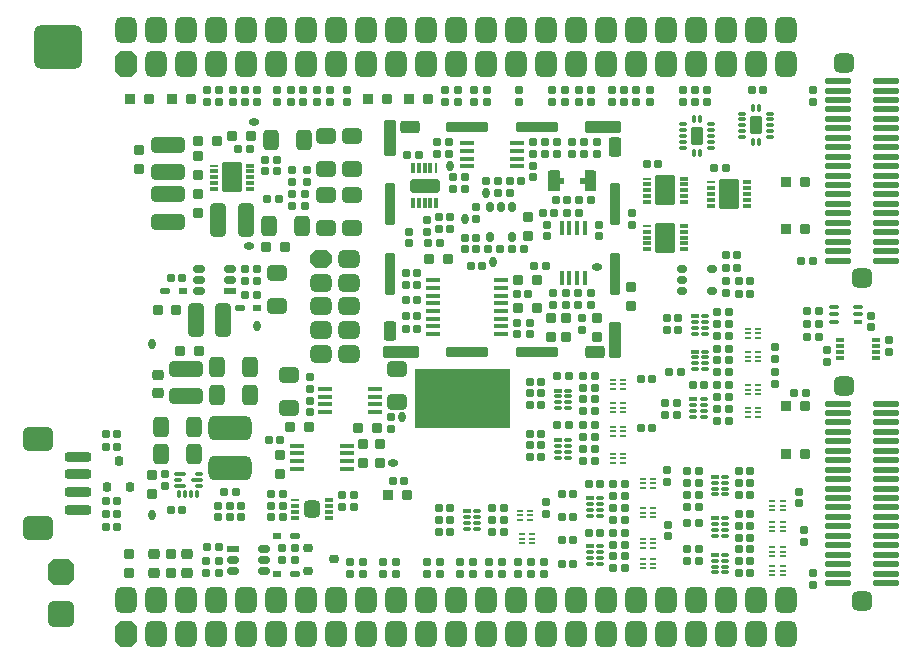
<source format=gbr>
%TF.GenerationSoftware,Altium Limited,Altium Designer,25.4.2 (15)*%
G04 Layer_Color=8388736*
%FSLAX45Y45*%
%MOMM*%
%TF.SameCoordinates,EE14137D-E0DD-4410-96C1-A075B8BE80D9*%
%TF.FilePolarity,Negative*%
%TF.FileFunction,Soldermask,Top*%
%TF.Part,Single*%
G01*
G75*
%TA.AperFunction,SMDPad,CuDef*%
G04:AMPARAMS|DCode=98|XSize=1.73mm|YSize=1.33mm|CornerRadius=0.3525mm|HoleSize=0mm|Usage=FLASHONLY|Rotation=0.000|XOffset=0mm|YOffset=0mm|HoleType=Round|Shape=RoundedRectangle|*
%AMROUNDEDRECTD98*
21,1,1.73000,0.62500,0,0,0.0*
21,1,1.02500,1.33000,0,0,0.0*
1,1,0.70500,0.51250,-0.31250*
1,1,0.70500,-0.51250,-0.31250*
1,1,0.70500,-0.51250,0.31250*
1,1,0.70500,0.51250,0.31250*
%
%ADD98ROUNDEDRECTD98*%
G04:AMPARAMS|DCode=99|XSize=1.73mm|YSize=1.33mm|CornerRadius=0.3525mm|HoleSize=0mm|Usage=FLASHONLY|Rotation=90.000|XOffset=0mm|YOffset=0mm|HoleType=Round|Shape=RoundedRectangle|*
%AMROUNDEDRECTD99*
21,1,1.73000,0.62500,0,0,90.0*
21,1,1.02500,1.33000,0,0,90.0*
1,1,0.70500,0.31250,0.51250*
1,1,0.70500,0.31250,-0.51250*
1,1,0.70500,-0.31250,-0.51250*
1,1,0.70500,-0.31250,0.51250*
%
%ADD99ROUNDEDRECTD99*%
%TA.AperFunction,ComponentPad*%
G04:AMPARAMS|DCode=100|XSize=1.63mm|YSize=1.68mm|CornerRadius=0.4275mm|HoleSize=0mm|Usage=FLASHONLY|Rotation=270.000|XOffset=0mm|YOffset=0mm|HoleType=Round|Shape=RoundedRectangle|*
%AMROUNDEDRECTD100*
21,1,1.63000,0.82500,0,0,270.0*
21,1,0.77500,1.68000,0,0,270.0*
1,1,0.85500,-0.41250,-0.38750*
1,1,0.85500,-0.41250,0.38750*
1,1,0.85500,0.41250,0.38750*
1,1,0.85500,0.41250,-0.38750*
%
%ADD100ROUNDEDRECTD100*%
G04:AMPARAMS|DCode=101|XSize=1.78mm|YSize=2.18mm|CornerRadius=0.465mm|HoleSize=0mm|Usage=FLASHONLY|Rotation=0.000|XOffset=0mm|YOffset=0mm|HoleType=Round|Shape=RoundedRectangle|*
%AMROUNDEDRECTD101*
21,1,1.78000,1.25001,0,0,0.0*
21,1,0.85000,2.18000,0,0,0.0*
1,1,0.93000,0.42500,-0.62500*
1,1,0.93000,-0.42500,-0.62500*
1,1,0.93000,-0.42500,0.62500*
1,1,0.93000,0.42500,0.62500*
%
%ADD101ROUNDEDRECTD101*%
G04:AMPARAMS|DCode=102|XSize=1.78mm|YSize=2.18mm|CornerRadius=0mm|HoleSize=0mm|Usage=FLASHONLY|Rotation=0.000|XOffset=0mm|YOffset=0mm|HoleType=Round|Shape=Octagon|*
%AMOCTAGOND102*
4,1,8,-0.44500,1.09000,0.44500,1.09000,0.89000,0.64500,0.89000,-0.64500,0.44500,-1.09000,-0.44500,-1.09000,-0.89000,-0.64500,-0.89000,0.64500,-0.44500,1.09000,0.0*
%
%ADD102OCTAGOND102*%

G04:AMPARAMS|DCode=103|XSize=1.48mm|YSize=1.78mm|CornerRadius=0.39mm|HoleSize=0mm|Usage=FLASHONLY|Rotation=270.000|XOffset=0mm|YOffset=0mm|HoleType=Round|Shape=RoundedRectangle|*
%AMROUNDEDRECTD103*
21,1,1.48000,1.00000,0,0,270.0*
21,1,0.70000,1.78000,0,0,270.0*
1,1,0.78000,-0.50000,-0.35000*
1,1,0.78000,-0.50000,0.35000*
1,1,0.78000,0.50000,0.35000*
1,1,0.78000,0.50000,-0.35000*
%
%ADD103ROUNDEDRECTD103*%
G04:AMPARAMS|DCode=104|XSize=1.48mm|YSize=1.78mm|CornerRadius=0mm|HoleSize=0mm|Usage=FLASHONLY|Rotation=270.000|XOffset=0mm|YOffset=0mm|HoleType=Round|Shape=Octagon|*
%AMOCTAGOND104*
4,1,8,0.89000,0.37000,0.89000,-0.37000,0.52000,-0.74000,-0.52000,-0.74000,-0.89000,-0.37000,-0.89000,0.37000,-0.52000,0.74000,0.52000,0.74000,0.89000,0.37000,0.0*
%
%ADD104OCTAGOND104*%

G04:AMPARAMS|DCode=105|XSize=4.08mm|YSize=3.68mm|CornerRadius=0.58mm|HoleSize=0mm|Usage=FLASHONLY|Rotation=0.000|XOffset=0mm|YOffset=0mm|HoleType=Round|Shape=RoundedRectangle|*
%AMROUNDEDRECTD105*
21,1,4.08000,2.52000,0,0,0.0*
21,1,2.92000,3.68000,0,0,0.0*
1,1,1.16000,1.46000,-1.26000*
1,1,1.16000,-1.46000,-1.26000*
1,1,1.16000,-1.46000,1.26000*
1,1,1.16000,1.46000,1.26000*
%
%ADD105ROUNDEDRECTD105*%
G04:AMPARAMS|DCode=106|XSize=2.28mm|YSize=2.28mm|CornerRadius=0mm|HoleSize=0mm|Usage=FLASHONLY|Rotation=270.000|XOffset=0mm|YOffset=0mm|HoleType=Round|Shape=Octagon|*
%AMOCTAGOND106*
4,1,8,-0.57000,-1.14000,0.57000,-1.14000,1.14000,-0.57000,1.14000,0.57000,0.57000,1.14000,-0.57000,1.14000,-1.14000,0.57000,-1.14000,-0.57000,-0.57000,-1.14000,0.0*
%
%ADD106OCTAGOND106*%

G04:AMPARAMS|DCode=107|XSize=2.28mm|YSize=2.28mm|CornerRadius=0.59mm|HoleSize=0mm|Usage=FLASHONLY|Rotation=270.000|XOffset=0mm|YOffset=0mm|HoleType=Round|Shape=RoundedRectangle|*
%AMROUNDEDRECTD107*
21,1,2.28000,1.10000,0,0,270.0*
21,1,1.10000,2.28000,0,0,270.0*
1,1,1.18000,-0.55000,-0.55000*
1,1,1.18000,-0.55000,0.55000*
1,1,1.18000,0.55000,0.55000*
1,1,1.18000,0.55000,-0.55000*
%
%ADD107ROUNDEDRECTD107*%
%TA.AperFunction,SMDPad,CuDef*%
%ADD594R,0.54000X0.17000*%
G04:AMPARAMS|DCode=595|XSize=0.17mm|YSize=0.54mm|CornerRadius=0.0475mm|HoleSize=0mm|Usage=FLASHONLY|Rotation=90.000|XOffset=0mm|YOffset=0mm|HoleType=Round|Shape=RoundedRectangle|*
%AMROUNDEDRECTD595*
21,1,0.17000,0.44500,0,0,90.0*
21,1,0.07500,0.54000,0,0,90.0*
1,1,0.09500,0.22250,0.03750*
1,1,0.09500,0.22250,-0.03750*
1,1,0.09500,-0.22250,-0.03750*
1,1,0.09500,-0.22250,0.03750*
%
%ADD595ROUNDEDRECTD595*%
G04:AMPARAMS|DCode=596|XSize=0.29mm|YSize=0.76mm|CornerRadius=0.0875mm|HoleSize=0mm|Usage=FLASHONLY|Rotation=90.000|XOffset=0mm|YOffset=0mm|HoleType=Round|Shape=RoundedRectangle|*
%AMROUNDEDRECTD596*
21,1,0.29000,0.58500,0,0,90.0*
21,1,0.11500,0.76000,0,0,90.0*
1,1,0.17500,0.29250,0.05750*
1,1,0.17500,0.29250,-0.05750*
1,1,0.17500,-0.29250,-0.05750*
1,1,0.17500,-0.29250,0.05750*
%
%ADD596ROUNDEDRECTD596*%
G04:AMPARAMS|DCode=597|XSize=2.56mm|YSize=1.71mm|CornerRadius=0.195mm|HoleSize=0mm|Usage=FLASHONLY|Rotation=90.000|XOffset=0mm|YOffset=0mm|HoleType=Round|Shape=RoundedRectangle|*
%AMROUNDEDRECTD597*
21,1,2.56000,1.32000,0,0,90.0*
21,1,2.17000,1.71000,0,0,90.0*
1,1,0.39000,0.66000,1.08500*
1,1,0.39000,0.66000,-1.08500*
1,1,0.39000,-0.66000,-1.08500*
1,1,0.39000,-0.66000,1.08500*
%
%ADD597ROUNDEDRECTD597*%
%ADD598R,0.76000X0.29000*%
G04:AMPARAMS|DCode=599|XSize=0.63mm|YSize=0.88mm|CornerRadius=0.1775mm|HoleSize=0mm|Usage=FLASHONLY|Rotation=0.000|XOffset=0mm|YOffset=0mm|HoleType=Round|Shape=RoundedRectangle|*
%AMROUNDEDRECTD599*
21,1,0.63000,0.52500,0,0,0.0*
21,1,0.27500,0.88000,0,0,0.0*
1,1,0.35500,0.13750,-0.26250*
1,1,0.35500,-0.13750,-0.26250*
1,1,0.35500,-0.13750,0.26250*
1,1,0.35500,0.13750,0.26250*
%
%ADD599ROUNDEDRECTD599*%
G04:AMPARAMS|DCode=600|XSize=0.29mm|YSize=0.73mm|CornerRadius=0.0875mm|HoleSize=0mm|Usage=FLASHONLY|Rotation=90.000|XOffset=0mm|YOffset=0mm|HoleType=Round|Shape=RoundedRectangle|*
%AMROUNDEDRECTD600*
21,1,0.29000,0.55500,0,0,90.0*
21,1,0.11500,0.73000,0,0,90.0*
1,1,0.17500,0.27750,0.05750*
1,1,0.17500,0.27750,-0.05750*
1,1,0.17500,-0.27750,-0.05750*
1,1,0.17500,-0.27750,0.05750*
%
%ADD600ROUNDEDRECTD600*%
G04:AMPARAMS|DCode=601|XSize=0.29mm|YSize=0.73mm|CornerRadius=0.0875mm|HoleSize=0mm|Usage=FLASHONLY|Rotation=0.000|XOffset=0mm|YOffset=0mm|HoleType=Round|Shape=RoundedRectangle|*
%AMROUNDEDRECTD601*
21,1,0.29000,0.55500,0,0,0.0*
21,1,0.11500,0.73000,0,0,0.0*
1,1,0.17500,0.05750,-0.27750*
1,1,0.17500,-0.05750,-0.27750*
1,1,0.17500,-0.05750,0.27750*
1,1,0.17500,0.05750,0.27750*
%
%ADD601ROUNDEDRECTD601*%
G04:AMPARAMS|DCode=602|XSize=1.06mm|YSize=1.56mm|CornerRadius=0.28mm|HoleSize=0mm|Usage=FLASHONLY|Rotation=0.000|XOffset=0mm|YOffset=0mm|HoleType=Round|Shape=RoundedRectangle|*
%AMROUNDEDRECTD602*
21,1,1.06000,1.00000,0,0,0.0*
21,1,0.50000,1.56000,0,0,0.0*
1,1,0.56000,0.25000,-0.50000*
1,1,0.56000,-0.25000,-0.50000*
1,1,0.56000,-0.25000,0.50000*
1,1,0.56000,0.25000,0.50000*
%
%ADD602ROUNDEDRECTD602*%
%ADD603R,0.66000X0.30000*%
G04:AMPARAMS|DCode=604|XSize=0.3mm|YSize=0.66mm|CornerRadius=0.095mm|HoleSize=0mm|Usage=FLASHONLY|Rotation=90.000|XOffset=0mm|YOffset=0mm|HoleType=Round|Shape=RoundedRectangle|*
%AMROUNDEDRECTD604*
21,1,0.30000,0.47000,0,0,90.0*
21,1,0.11000,0.66000,0,0,90.0*
1,1,0.19000,0.23500,0.05500*
1,1,0.19000,0.23500,-0.05500*
1,1,0.19000,-0.23500,-0.05500*
1,1,0.19000,-0.23500,0.05500*
%
%ADD604ROUNDEDRECTD604*%
%ADD605R,1.21000X0.41000*%
G04:AMPARAMS|DCode=606|XSize=0.41mm|YSize=1.21mm|CornerRadius=0.1175mm|HoleSize=0mm|Usage=FLASHONLY|Rotation=90.000|XOffset=0mm|YOffset=0mm|HoleType=Round|Shape=RoundedRectangle|*
%AMROUNDEDRECTD606*
21,1,0.41000,0.97500,0,0,90.0*
21,1,0.17500,1.21000,0,0,90.0*
1,1,0.23500,0.48750,0.08750*
1,1,0.23500,0.48750,-0.08750*
1,1,0.23500,-0.48750,-0.08750*
1,1,0.23500,-0.48750,0.08750*
%
%ADD606ROUNDEDRECTD606*%
G04:AMPARAMS|DCode=607|XSize=0.63mm|YSize=0.98mm|CornerRadius=0.1775mm|HoleSize=0mm|Usage=FLASHONLY|Rotation=270.000|XOffset=0mm|YOffset=0mm|HoleType=Round|Shape=RoundedRectangle|*
%AMROUNDEDRECTD607*
21,1,0.63000,0.62500,0,0,270.0*
21,1,0.27500,0.98000,0,0,270.0*
1,1,0.35500,-0.31250,-0.13750*
1,1,0.35500,-0.31250,0.13750*
1,1,0.35500,0.31250,0.13750*
1,1,0.35500,0.31250,-0.13750*
%
%ADD607ROUNDEDRECTD607*%
%ADD608R,0.98000X0.63000*%
G04:AMPARAMS|DCode=609|XSize=1.46mm|YSize=1.36mm|CornerRadius=0.355mm|HoleSize=0mm|Usage=FLASHONLY|Rotation=90.000|XOffset=0mm|YOffset=0mm|HoleType=Round|Shape=RoundedRectangle|*
%AMROUNDEDRECTD609*
21,1,1.46000,0.65000,0,0,90.0*
21,1,0.75000,1.36000,0,0,90.0*
1,1,0.71000,0.32500,0.37500*
1,1,0.71000,0.32500,-0.37500*
1,1,0.71000,-0.32500,-0.37500*
1,1,0.71000,-0.32500,0.37500*
%
%ADD609ROUNDEDRECTD609*%
%ADD610R,0.78000X0.41000*%
G04:AMPARAMS|DCode=611|XSize=0.41mm|YSize=0.78mm|CornerRadius=0.1225mm|HoleSize=0mm|Usage=FLASHONLY|Rotation=270.000|XOffset=0mm|YOffset=0mm|HoleType=Round|Shape=RoundedRectangle|*
%AMROUNDEDRECTD611*
21,1,0.41000,0.53500,0,0,270.0*
21,1,0.16500,0.78000,0,0,270.0*
1,1,0.24500,-0.26750,-0.08250*
1,1,0.24500,-0.26750,0.08250*
1,1,0.24500,0.26750,0.08250*
1,1,0.24500,0.26750,-0.08250*
%
%ADD611ROUNDEDRECTD611*%
G04:AMPARAMS|DCode=612|XSize=0.3mm|YSize=0.75mm|CornerRadius=0.0875mm|HoleSize=0mm|Usage=FLASHONLY|Rotation=90.000|XOffset=0mm|YOffset=0mm|HoleType=Round|Shape=RoundedRectangle|*
%AMROUNDEDRECTD612*
21,1,0.30000,0.57500,0,0,90.0*
21,1,0.12500,0.75000,0,0,90.0*
1,1,0.17500,0.28750,0.06250*
1,1,0.17500,0.28750,-0.06250*
1,1,0.17500,-0.28750,-0.06250*
1,1,0.17500,-0.28750,0.06250*
%
%ADD612ROUNDEDRECTD612*%
%ADD613R,0.75000X0.30000*%
G04:AMPARAMS|DCode=614|XSize=0.63mm|YSize=0.88mm|CornerRadius=0.1775mm|HoleSize=0mm|Usage=FLASHONLY|Rotation=90.000|XOffset=0mm|YOffset=0mm|HoleType=Round|Shape=RoundedRectangle|*
%AMROUNDEDRECTD614*
21,1,0.63000,0.52500,0,0,90.0*
21,1,0.27500,0.88000,0,0,90.0*
1,1,0.35500,0.26250,0.13750*
1,1,0.35500,0.26250,-0.13750*
1,1,0.35500,-0.26250,-0.13750*
1,1,0.35500,-0.26250,0.13750*
%
%ADD614ROUNDEDRECTD614*%
G04:AMPARAMS|DCode=615|XSize=0.28mm|YSize=0.73mm|CornerRadius=0.09mm|HoleSize=0mm|Usage=FLASHONLY|Rotation=270.000|XOffset=0mm|YOffset=0mm|HoleType=Round|Shape=RoundedRectangle|*
%AMROUNDEDRECTD615*
21,1,0.28000,0.55000,0,0,270.0*
21,1,0.10000,0.73000,0,0,270.0*
1,1,0.18000,-0.27500,-0.05000*
1,1,0.18000,-0.27500,0.05000*
1,1,0.18000,0.27500,0.05000*
1,1,0.18000,0.27500,-0.05000*
%
%ADD615ROUNDEDRECTD615*%
G04:AMPARAMS|DCode=616|XSize=0.28mm|YSize=1.08mm|CornerRadius=0.09mm|HoleSize=0mm|Usage=FLASHONLY|Rotation=270.000|XOffset=0mm|YOffset=0mm|HoleType=Round|Shape=RoundedRectangle|*
%AMROUNDEDRECTD616*
21,1,0.28000,0.90000,0,0,270.0*
21,1,0.10000,1.08000,0,0,270.0*
1,1,0.18000,-0.45000,-0.05000*
1,1,0.18000,-0.45000,0.05000*
1,1,0.18000,0.45000,0.05000*
1,1,0.18000,0.45000,-0.05000*
%
%ADD616ROUNDEDRECTD616*%
G04:AMPARAMS|DCode=617|XSize=0.3mm|YSize=0.63mm|CornerRadius=0.095mm|HoleSize=0mm|Usage=FLASHONLY|Rotation=180.000|XOffset=0mm|YOffset=0mm|HoleType=Round|Shape=RoundedRectangle|*
%AMROUNDEDRECTD617*
21,1,0.30000,0.44000,0,0,180.0*
21,1,0.11000,0.63000,0,0,180.0*
1,1,0.19000,-0.05500,0.22000*
1,1,0.19000,0.05500,0.22000*
1,1,0.19000,0.05500,-0.22000*
1,1,0.19000,-0.05500,-0.22000*
%
%ADD617ROUNDEDRECTD617*%
G04:AMPARAMS|DCode=618|XSize=0.41mm|YSize=1.26mm|CornerRadius=0.1175mm|HoleSize=0mm|Usage=FLASHONLY|Rotation=270.000|XOffset=0mm|YOffset=0mm|HoleType=Round|Shape=RoundedRectangle|*
%AMROUNDEDRECTD618*
21,1,0.41000,1.02500,0,0,270.0*
21,1,0.17500,1.26000,0,0,270.0*
1,1,0.23500,-0.51250,-0.08750*
1,1,0.23500,-0.51250,0.08750*
1,1,0.23500,0.51250,0.08750*
1,1,0.23500,0.51250,-0.08750*
%
%ADD618ROUNDEDRECTD618*%
%ADD619R,1.26000X0.41000*%
%ADD620R,0.41000X1.21000*%
G04:AMPARAMS|DCode=621|XSize=0.41mm|YSize=1.21mm|CornerRadius=0.1175mm|HoleSize=0mm|Usage=FLASHONLY|Rotation=0.000|XOffset=0mm|YOffset=0mm|HoleType=Round|Shape=RoundedRectangle|*
%AMROUNDEDRECTD621*
21,1,0.41000,0.97500,0,0,0.0*
21,1,0.17500,1.21000,0,0,0.0*
1,1,0.23500,0.08750,-0.48750*
1,1,0.23500,-0.08750,-0.48750*
1,1,0.23500,-0.08750,0.48750*
1,1,0.23500,0.08750,0.48750*
%
%ADD621ROUNDEDRECTD621*%
G04:AMPARAMS|DCode=622|XSize=2.61mm|YSize=1.16mm|CornerRadius=0.305mm|HoleSize=0mm|Usage=FLASHONLY|Rotation=0.000|XOffset=0mm|YOffset=0mm|HoleType=Round|Shape=RoundedRectangle|*
%AMROUNDEDRECTD622*
21,1,2.61000,0.55000,0,0,0.0*
21,1,2.00000,1.16000,0,0,0.0*
1,1,0.61000,1.00000,-0.27500*
1,1,0.61000,-1.00000,-0.27500*
1,1,0.61000,-1.00000,0.27500*
1,1,0.61000,1.00000,0.27500*
%
%ADD622ROUNDEDRECTD622*%
G04:AMPARAMS|DCode=623|XSize=0.29mm|YSize=0.91mm|CornerRadius=0.0875mm|HoleSize=0mm|Usage=FLASHONLY|Rotation=0.000|XOffset=0mm|YOffset=0mm|HoleType=Round|Shape=RoundedRectangle|*
%AMROUNDEDRECTD623*
21,1,0.29000,0.73500,0,0,0.0*
21,1,0.11500,0.91000,0,0,0.0*
1,1,0.17500,0.05750,-0.36750*
1,1,0.17500,-0.05750,-0.36750*
1,1,0.17500,-0.05750,0.36750*
1,1,0.17500,0.05750,0.36750*
%
%ADD623ROUNDEDRECTD623*%
%ADD624R,0.29000X0.91000*%
%ADD625O,0.68000X0.88000*%
G04:AMPARAMS|DCode=626|XSize=0.68mm|YSize=0.78mm|CornerRadius=0.19mm|HoleSize=0mm|Usage=FLASHONLY|Rotation=180.000|XOffset=0mm|YOffset=0mm|HoleType=Round|Shape=RoundedRectangle|*
%AMROUNDEDRECTD626*
21,1,0.68000,0.40000,0,0,180.0*
21,1,0.30000,0.78000,0,0,180.0*
1,1,0.38000,-0.15000,0.20000*
1,1,0.38000,0.15000,0.20000*
1,1,0.38000,0.15000,-0.20000*
1,1,0.38000,-0.15000,-0.20000*
%
%ADD626ROUNDEDRECTD626*%
G04:AMPARAMS|DCode=627|XSize=0.68mm|YSize=0.78mm|CornerRadius=0.19mm|HoleSize=0mm|Usage=FLASHONLY|Rotation=90.000|XOffset=0mm|YOffset=0mm|HoleType=Round|Shape=RoundedRectangle|*
%AMROUNDEDRECTD627*
21,1,0.68000,0.40000,0,0,90.0*
21,1,0.30000,0.78000,0,0,90.0*
1,1,0.38000,0.20000,0.15000*
1,1,0.38000,0.20000,-0.15000*
1,1,0.38000,-0.20000,-0.15000*
1,1,0.38000,-0.20000,0.15000*
%
%ADD627ROUNDEDRECTD627*%
G04:AMPARAMS|DCode=628|XSize=0.68mm|YSize=0.68mm|CornerRadius=0.19mm|HoleSize=0mm|Usage=FLASHONLY|Rotation=0.000|XOffset=0mm|YOffset=0mm|HoleType=Round|Shape=RoundedRectangle|*
%AMROUNDEDRECTD628*
21,1,0.68000,0.30000,0,0,0.0*
21,1,0.30000,0.68000,0,0,0.0*
1,1,0.38000,0.15000,-0.15000*
1,1,0.38000,-0.15000,-0.15000*
1,1,0.38000,-0.15000,0.15000*
1,1,0.38000,0.15000,0.15000*
%
%ADD628ROUNDEDRECTD628*%
G04:AMPARAMS|DCode=629|XSize=0.68mm|YSize=0.68mm|CornerRadius=0.19mm|HoleSize=0mm|Usage=FLASHONLY|Rotation=270.000|XOffset=0mm|YOffset=0mm|HoleType=Round|Shape=RoundedRectangle|*
%AMROUNDEDRECTD629*
21,1,0.68000,0.30000,0,0,270.0*
21,1,0.30000,0.68000,0,0,270.0*
1,1,0.38000,-0.15000,-0.15000*
1,1,0.38000,-0.15000,0.15000*
1,1,0.38000,0.15000,0.15000*
1,1,0.38000,0.15000,-0.15000*
%
%ADD629ROUNDEDRECTD629*%
G04:AMPARAMS|DCode=630|XSize=0.98mm|YSize=0.88mm|CornerRadius=0.24mm|HoleSize=0mm|Usage=FLASHONLY|Rotation=180.000|XOffset=0mm|YOffset=0mm|HoleType=Round|Shape=RoundedRectangle|*
%AMROUNDEDRECTD630*
21,1,0.98000,0.40000,0,0,180.0*
21,1,0.50000,0.88000,0,0,180.0*
1,1,0.48000,-0.25000,0.20000*
1,1,0.48000,0.25000,0.20000*
1,1,0.48000,0.25000,-0.20000*
1,1,0.48000,-0.25000,-0.20000*
%
%ADD630ROUNDEDRECTD630*%
%ADD631O,0.38000X1.78000*%
%ADD632R,1.00000X0.54000*%
G04:AMPARAMS|DCode=633|XSize=2.28mm|YSize=0.58mm|CornerRadius=0.165mm|HoleSize=0mm|Usage=FLASHONLY|Rotation=0.000|XOffset=0mm|YOffset=0mm|HoleType=Round|Shape=RoundedRectangle|*
%AMROUNDEDRECTD633*
21,1,2.28000,0.25000,0,0,0.0*
21,1,1.95000,0.58000,0,0,0.0*
1,1,0.33000,0.97500,-0.12500*
1,1,0.33000,-0.97500,-0.12500*
1,1,0.33000,-0.97500,0.12500*
1,1,0.33000,0.97500,0.12500*
%
%ADD633ROUNDEDRECTD633*%
G04:AMPARAMS|DCode=634|XSize=2.28mm|YSize=0.78mm|CornerRadius=0.215mm|HoleSize=0mm|Usage=FLASHONLY|Rotation=180.000|XOffset=0mm|YOffset=0mm|HoleType=Round|Shape=RoundedRectangle|*
%AMROUNDEDRECTD634*
21,1,2.28000,0.35000,0,0,180.0*
21,1,1.85000,0.78000,0,0,180.0*
1,1,0.43000,-0.92500,0.17500*
1,1,0.43000,0.92500,0.17500*
1,1,0.43000,0.92500,-0.17500*
1,1,0.43000,-0.92500,-0.17500*
%
%ADD634ROUNDEDRECTD634*%
G04:AMPARAMS|DCode=635|XSize=2.58mm|YSize=2.08mm|CornerRadius=0.54mm|HoleSize=0mm|Usage=FLASHONLY|Rotation=180.000|XOffset=0mm|YOffset=0mm|HoleType=Round|Shape=RoundedRectangle|*
%AMROUNDEDRECTD635*
21,1,2.58000,1.00000,0,0,180.0*
21,1,1.50000,2.08000,0,0,180.0*
1,1,1.08000,-0.75000,0.50000*
1,1,1.08000,0.75000,0.50000*
1,1,1.08000,0.75000,-0.50000*
1,1,1.08000,-0.75000,-0.50000*
%
%ADD635ROUNDEDRECTD635*%
G04:AMPARAMS|DCode=636|XSize=1.68mm|YSize=1.08mm|CornerRadius=0.29mm|HoleSize=0mm|Usage=FLASHONLY|Rotation=270.000|XOffset=0mm|YOffset=0mm|HoleType=Round|Shape=RoundedRectangle|*
%AMROUNDEDRECTD636*
21,1,1.68000,0.50000,0,0,270.0*
21,1,1.10000,1.08000,0,0,270.0*
1,1,0.58000,-0.25000,-0.55000*
1,1,0.58000,-0.25000,0.55000*
1,1,0.58000,0.25000,0.55000*
1,1,0.58000,0.25000,-0.55000*
%
%ADD636ROUNDEDRECTD636*%
%TA.AperFunction,SMDPad,SMDef*%
G04:AMPARAMS|DCode=637|XSize=3.6mm|YSize=0.8mm|CornerRadius=0.15mm|HoleSize=0mm|Usage=FLASHONLY|Rotation=180.000|XOffset=0mm|YOffset=0mm|HoleType=Round|Shape=RoundedRectangle|*
%AMROUNDEDRECTD637*
21,1,3.60000,0.50000,0,0,180.0*
21,1,3.30000,0.80000,0,0,180.0*
1,1,0.30000,-1.65000,0.25000*
1,1,0.30000,1.65000,0.25000*
1,1,0.30000,1.65000,-0.25000*
1,1,0.30000,-1.65000,-0.25000*
%
%ADD637ROUNDEDRECTD637*%
%TA.AperFunction,SMDPad,CuDef*%
G04:AMPARAMS|DCode=638|XSize=3.08mm|YSize=1.08mm|CornerRadius=0.29mm|HoleSize=0mm|Usage=FLASHONLY|Rotation=180.000|XOffset=0mm|YOffset=0mm|HoleType=Round|Shape=RoundedRectangle|*
%AMROUNDEDRECTD638*
21,1,3.08000,0.50000,0,0,180.0*
21,1,2.50000,1.08000,0,0,180.0*
1,1,0.58000,-1.25000,0.25000*
1,1,0.58000,1.25000,0.25000*
1,1,0.58000,1.25000,-0.25000*
1,1,0.58000,-1.25000,-0.25000*
%
%ADD638ROUNDEDRECTD638*%
G04:AMPARAMS|DCode=639|XSize=1.68mm|YSize=1.08mm|CornerRadius=0.29mm|HoleSize=0mm|Usage=FLASHONLY|Rotation=0.000|XOffset=0mm|YOffset=0mm|HoleType=Round|Shape=RoundedRectangle|*
%AMROUNDEDRECTD639*
21,1,1.68000,0.50000,0,0,0.0*
21,1,1.10000,1.08000,0,0,0.0*
1,1,0.58000,0.55000,-0.25000*
1,1,0.58000,-0.55000,-0.25000*
1,1,0.58000,-0.55000,0.25000*
1,1,0.58000,0.55000,0.25000*
%
%ADD639ROUNDEDRECTD639*%
%TA.AperFunction,SMDPad,SMDef*%
G04:AMPARAMS|DCode=640|XSize=3.6mm|YSize=0.8mm|CornerRadius=0.15mm|HoleSize=0mm|Usage=FLASHONLY|Rotation=270.000|XOffset=0mm|YOffset=0mm|HoleType=Round|Shape=RoundedRectangle|*
%AMROUNDEDRECTD640*
21,1,3.60000,0.50000,0,0,270.0*
21,1,3.30000,0.80000,0,0,270.0*
1,1,0.30000,-0.25000,-1.65000*
1,1,0.30000,-0.25000,1.65000*
1,1,0.30000,0.25000,1.65000*
1,1,0.30000,0.25000,-1.65000*
%
%ADD640ROUNDEDRECTD640*%
%TA.AperFunction,SMDPad,CuDef*%
G04:AMPARAMS|DCode=641|XSize=3.08mm|YSize=1.08mm|CornerRadius=0.29mm|HoleSize=0mm|Usage=FLASHONLY|Rotation=270.000|XOffset=0mm|YOffset=0mm|HoleType=Round|Shape=RoundedRectangle|*
%AMROUNDEDRECTD641*
21,1,3.08000,0.50000,0,0,270.0*
21,1,2.50000,1.08000,0,0,270.0*
1,1,0.58000,-0.25000,-1.25000*
1,1,0.58000,-0.25000,1.25000*
1,1,0.58000,0.25000,1.25000*
1,1,0.58000,0.25000,-1.25000*
%
%ADD641ROUNDEDRECTD641*%
%TA.AperFunction,SMDPad,SMDef*%
G04:AMPARAMS|DCode=642|XSize=3.596mm|YSize=0.796mm|CornerRadius=0.148mm|HoleSize=0mm|Usage=FLASHONLY|Rotation=0.000|XOffset=0mm|YOffset=0mm|HoleType=Round|Shape=RoundedRectangle|*
%AMROUNDEDRECTD642*
21,1,3.59600,0.50000,0,0,0.0*
21,1,3.30000,0.79600,0,0,0.0*
1,1,0.29600,1.65000,-0.25000*
1,1,0.29600,-1.65000,-0.25000*
1,1,0.29600,-1.65000,0.25000*
1,1,0.29600,1.65000,0.25000*
%
%ADD642ROUNDEDRECTD642*%
%TA.AperFunction,SMDPad,CuDef*%
G04:AMPARAMS|DCode=643|XSize=2.88mm|YSize=1.38mm|CornerRadius=0.365mm|HoleSize=0mm|Usage=FLASHONLY|Rotation=90.000|XOffset=0mm|YOffset=0mm|HoleType=Round|Shape=RoundedRectangle|*
%AMROUNDEDRECTD643*
21,1,2.88000,0.65000,0,0,90.0*
21,1,2.15000,1.38000,0,0,90.0*
1,1,0.73000,0.32500,1.07500*
1,1,0.73000,0.32500,-1.07500*
1,1,0.73000,-0.32500,-1.07500*
1,1,0.73000,-0.32500,1.07500*
%
%ADD643ROUNDEDRECTD643*%
G04:AMPARAMS|DCode=644|XSize=2.88mm|YSize=1.38mm|CornerRadius=0.365mm|HoleSize=0mm|Usage=FLASHONLY|Rotation=0.000|XOffset=0mm|YOffset=0mm|HoleType=Round|Shape=RoundedRectangle|*
%AMROUNDEDRECTD644*
21,1,2.88000,0.65000,0,0,0.0*
21,1,2.15000,1.38000,0,0,0.0*
1,1,0.73000,1.07500,-0.32500*
1,1,0.73000,-1.07500,-0.32500*
1,1,0.73000,-1.07500,0.32500*
1,1,0.73000,1.07500,0.32500*
%
%ADD644ROUNDEDRECTD644*%
G04:AMPARAMS|DCode=645|XSize=3.68mm|YSize=2.08mm|CornerRadius=0.54mm|HoleSize=0mm|Usage=FLASHONLY|Rotation=180.000|XOffset=0mm|YOffset=0mm|HoleType=Round|Shape=RoundedRectangle|*
%AMROUNDEDRECTD645*
21,1,3.68000,1.00000,0,0,180.0*
21,1,2.60000,2.08000,0,0,180.0*
1,1,1.08000,-1.30000,0.50000*
1,1,1.08000,1.30000,0.50000*
1,1,1.08000,1.30000,-0.50000*
1,1,1.08000,-1.30000,-0.50000*
%
%ADD645ROUNDEDRECTD645*%
%ADD646O,0.88000X0.68000*%
%ADD647R,0.88000X0.88000*%
G04:AMPARAMS|DCode=648|XSize=0.88mm|YSize=0.88mm|CornerRadius=0.24mm|HoleSize=0mm|Usage=FLASHONLY|Rotation=90.000|XOffset=0mm|YOffset=0mm|HoleType=Round|Shape=RoundedRectangle|*
%AMROUNDEDRECTD648*
21,1,0.88000,0.40000,0,0,90.0*
21,1,0.40000,0.88000,0,0,90.0*
1,1,0.48000,0.20000,0.20000*
1,1,0.48000,0.20000,-0.20000*
1,1,0.48000,-0.20000,-0.20000*
1,1,0.48000,-0.20000,0.20000*
%
%ADD648ROUNDEDRECTD648*%
%ADD649R,0.78000X0.58000*%
G04:AMPARAMS|DCode=650|XSize=0.58mm|YSize=0.78mm|CornerRadius=0.165mm|HoleSize=0mm|Usage=FLASHONLY|Rotation=90.000|XOffset=0mm|YOffset=0mm|HoleType=Round|Shape=RoundedRectangle|*
%AMROUNDEDRECTD650*
21,1,0.58000,0.45000,0,0,90.0*
21,1,0.25000,0.78000,0,0,90.0*
1,1,0.33000,0.22500,0.12500*
1,1,0.33000,0.22500,-0.12500*
1,1,0.33000,-0.22500,-0.12500*
1,1,0.33000,-0.22500,0.12500*
%
%ADD650ROUNDEDRECTD650*%
G04:AMPARAMS|DCode=651|XSize=0.88mm|YSize=0.88mm|CornerRadius=0.24mm|HoleSize=0mm|Usage=FLASHONLY|Rotation=180.000|XOffset=0mm|YOffset=0mm|HoleType=Round|Shape=RoundedRectangle|*
%AMROUNDEDRECTD651*
21,1,0.88000,0.40000,0,0,180.0*
21,1,0.40000,0.88000,0,0,180.0*
1,1,0.48000,-0.20000,0.20000*
1,1,0.48000,0.20000,0.20000*
1,1,0.48000,0.20000,-0.20000*
1,1,0.48000,-0.20000,-0.20000*
%
%ADD651ROUNDEDRECTD651*%
G36*
X5995784Y4098942D02*
X5996538Y4098713D01*
X5997233Y4098342D01*
X5997842Y4097842D01*
X5998342Y4097233D01*
X5998713Y4096538D01*
X5998942Y4095784D01*
X5999019Y4095000D01*
Y3925000D01*
X5998942Y3924216D01*
X5998713Y3923462D01*
X5998342Y3922767D01*
X5997842Y3922158D01*
X5997233Y3921658D01*
X5996538Y3921287D01*
X5995784Y3921058D01*
X5995000Y3920981D01*
X5920000D01*
X5919216Y3921058D01*
X5918462Y3921287D01*
X5917767Y3921658D01*
X5917158Y3922158D01*
X5916658Y3922767D01*
X5916287Y3923462D01*
X5916058Y3924216D01*
X5915981Y3925000D01*
Y3982511D01*
X5916058Y3983295D01*
X5916287Y3984049D01*
X5916658Y3984744D01*
X5917158Y3985353D01*
X5917767Y3985853D01*
X5918462Y3986224D01*
X5919216Y3986453D01*
X5920000Y3986531D01*
X5975994D01*
Y4033527D01*
X5920000D01*
X5919216Y4033604D01*
X5918462Y4033833D01*
X5917767Y4034204D01*
X5917158Y4034704D01*
X5916658Y4035313D01*
X5916287Y4036008D01*
X5916058Y4036762D01*
X5915981Y4037546D01*
Y4095000D01*
X5916058Y4095784D01*
X5916287Y4096538D01*
X5916658Y4097233D01*
X5917158Y4097842D01*
X5917767Y4098342D01*
X5918462Y4098713D01*
X5919216Y4098942D01*
X5920000Y4099019D01*
X5995000D01*
X5995784Y4098942D01*
D02*
G37*
G36*
X5700784D02*
X5701539Y4098713D01*
X5702233Y4098342D01*
X5702842Y4097842D01*
X5703342Y4097233D01*
X5703714Y4096538D01*
X5703942Y4095784D01*
X5704020Y4095000D01*
X5704019Y4037505D01*
X5703942Y4036721D01*
X5703713Y4035967D01*
X5703342Y4035272D01*
X5702842Y4034663D01*
X5702233Y4034163D01*
X5701538Y4033792D01*
X5700784Y4033563D01*
X5700000Y4033486D01*
X5644014Y4033485D01*
X5644014Y3986522D01*
X5700000Y3986522D01*
X5700784Y3986445D01*
X5701538Y3986216D01*
X5702233Y3985845D01*
X5702842Y3985345D01*
X5703342Y3984736D01*
X5703713Y3984041D01*
X5703942Y3983287D01*
X5704019Y3982503D01*
X5704020Y3925000D01*
X5703942Y3924216D01*
X5703714Y3923462D01*
X5703342Y3922767D01*
X5702842Y3922158D01*
X5702233Y3921658D01*
X5701539Y3921287D01*
X5700784Y3921058D01*
X5700000Y3920981D01*
X5625000D01*
X5624216Y3921058D01*
X5623462Y3921287D01*
X5622768Y3921658D01*
X5622158Y3922158D01*
X5621659Y3922767D01*
X5621287Y3923462D01*
X5621058Y3924216D01*
X5620981Y3925000D01*
Y4095000D01*
X5621058Y4095784D01*
X5621287Y4096538D01*
X5621659Y4097233D01*
X5622158Y4097842D01*
X5622768Y4098342D01*
X5623462Y4098713D01*
X5624216Y4098942D01*
X5625000Y4099019D01*
X5700000D01*
X5700784Y4098942D01*
D02*
G37*
G36*
X5280000Y1920000D02*
X4480000D01*
X4480000Y2420000D01*
X5280000Y2420000D01*
X5280000Y1920000D01*
D02*
G37*
D98*
X3730000Y4390000D02*
D03*
Y4110000D02*
D03*
X3950000Y3610000D02*
D03*
Y3890000D02*
D03*
X3730000Y3610000D02*
D03*
Y3890000D02*
D03*
X3950000Y4390000D02*
D03*
Y4110000D02*
D03*
X4330000Y2420000D02*
D03*
Y2140000D02*
D03*
X3410000Y2370000D02*
D03*
Y2090000D02*
D03*
X3310000Y3230000D02*
D03*
Y2950000D02*
D03*
D99*
X3520000Y3630000D02*
D03*
X3240000D02*
D03*
X3540000Y4360000D02*
D03*
X3260000D02*
D03*
X3080000Y2430000D02*
D03*
X2800000D02*
D03*
X3080000Y2200000D02*
D03*
X2800000D02*
D03*
X2330000Y1930000D02*
D03*
X2610000D02*
D03*
X2330000Y1700000D02*
D03*
X2610000D02*
D03*
D100*
X8263000Y455000D02*
D03*
X8113000Y2275000D02*
D03*
X8263000Y3185000D02*
D03*
X8113000Y5005000D02*
D03*
D101*
X7620000Y464500D02*
D03*
X7366000D02*
D03*
X7112000D02*
D03*
X6858000D02*
D03*
X6604000D02*
D03*
X6350000D02*
D03*
X6096000D02*
D03*
X5842000D02*
D03*
X5588000D02*
D03*
X5334000D02*
D03*
X5080000D02*
D03*
X4826000D02*
D03*
X4572000D02*
D03*
X4318000D02*
D03*
X4064000D02*
D03*
X3810000D02*
D03*
X3556000D02*
D03*
X3302000D02*
D03*
X3048000D02*
D03*
X2794000D02*
D03*
X2540000D02*
D03*
X2286000D02*
D03*
X2032000D02*
D03*
X7620000Y170500D02*
D03*
X7366000D02*
D03*
X7112000D02*
D03*
X6858000D02*
D03*
X6604000D02*
D03*
X6350000D02*
D03*
X6096000D02*
D03*
X5842000D02*
D03*
X5588000D02*
D03*
X5334000D02*
D03*
X5080000D02*
D03*
X4826000D02*
D03*
X4572000D02*
D03*
X4318000D02*
D03*
X4064000D02*
D03*
X3810000D02*
D03*
X3556000D02*
D03*
X3302000D02*
D03*
X3048000D02*
D03*
X2794000D02*
D03*
X2540000D02*
D03*
X2286000D02*
D03*
X7620000Y5290500D02*
D03*
X7366000D02*
D03*
X7112000D02*
D03*
X6858000D02*
D03*
X6604000D02*
D03*
X6350000D02*
D03*
X6096000D02*
D03*
X5842000D02*
D03*
X5588000D02*
D03*
X5334000D02*
D03*
X5080000D02*
D03*
X4826000D02*
D03*
X4572000D02*
D03*
X4318000D02*
D03*
X4064000D02*
D03*
X3810000D02*
D03*
X3556000D02*
D03*
X3302000D02*
D03*
X3048000D02*
D03*
X2794000D02*
D03*
X2540000D02*
D03*
X2286000D02*
D03*
X2032000D02*
D03*
X7620000Y4996500D02*
D03*
X7366000D02*
D03*
X7112000D02*
D03*
X6858000D02*
D03*
X6604000D02*
D03*
X6350000D02*
D03*
X6096000D02*
D03*
X5842000D02*
D03*
X5588000D02*
D03*
X5334000D02*
D03*
X5080000D02*
D03*
X4826000D02*
D03*
X4572000D02*
D03*
X4318000D02*
D03*
X4064000D02*
D03*
X3810000D02*
D03*
X3556000D02*
D03*
X3302000D02*
D03*
X3048000D02*
D03*
X2794000D02*
D03*
X2540000D02*
D03*
X2286000D02*
D03*
D102*
X2032000Y170500D02*
D03*
Y4996500D02*
D03*
D103*
X3920000Y2548000D02*
D03*
Y2748000D02*
D03*
Y2948000D02*
D03*
Y3148000D02*
D03*
Y3348000D02*
D03*
X3680000Y2548000D02*
D03*
Y2748000D02*
D03*
Y2948000D02*
D03*
Y3148000D02*
D03*
D104*
Y3348000D02*
D03*
D105*
X1460500Y5143500D02*
D03*
D106*
X1480000Y695000D02*
D03*
D107*
Y345000D02*
D03*
D594*
X5386000Y1018000D02*
D03*
X6406000Y808000D02*
D03*
X6156000Y2128000D02*
D03*
X5366000Y1218000D02*
D03*
X6406000Y978000D02*
D03*
X6156000Y2328000D02*
D03*
X7506000Y748000D02*
D03*
X6406000Y1238000D02*
D03*
X7296000Y2088000D02*
D03*
X7506000Y908000D02*
D03*
X6406000Y1488000D02*
D03*
X7296000Y2278000D02*
D03*
X7506000Y1118000D02*
D03*
X6156000Y1698000D02*
D03*
X7296000Y2558000D02*
D03*
X7506000Y1298000D02*
D03*
X6156000Y1928000D02*
D03*
X7296000Y2758000D02*
D03*
D595*
X5386000Y980000D02*
D03*
Y942000D02*
D03*
X5474000Y1018000D02*
D03*
Y980000D02*
D03*
Y942000D02*
D03*
X6406000Y770000D02*
D03*
Y732000D02*
D03*
X6494000Y808000D02*
D03*
Y770000D02*
D03*
Y732000D02*
D03*
X6156000Y2090000D02*
D03*
Y2052000D02*
D03*
X6244000Y2128000D02*
D03*
Y2090000D02*
D03*
Y2052000D02*
D03*
X5366000Y1180000D02*
D03*
Y1142000D02*
D03*
X5454000Y1218000D02*
D03*
Y1180000D02*
D03*
Y1142000D02*
D03*
X6406000Y940000D02*
D03*
Y902000D02*
D03*
X6494000Y978000D02*
D03*
Y940000D02*
D03*
Y902000D02*
D03*
X6156000Y2290000D02*
D03*
Y2252000D02*
D03*
X6244000Y2328000D02*
D03*
Y2290000D02*
D03*
Y2252000D02*
D03*
X7506000Y710000D02*
D03*
Y672000D02*
D03*
X7594000Y748000D02*
D03*
Y710000D02*
D03*
Y672000D02*
D03*
X6406000Y1200000D02*
D03*
Y1162000D02*
D03*
X6494000Y1238000D02*
D03*
Y1200000D02*
D03*
Y1162000D02*
D03*
X7296000Y2050000D02*
D03*
Y2012000D02*
D03*
X7384000Y2088000D02*
D03*
Y2050000D02*
D03*
Y2012000D02*
D03*
X7506000Y870000D02*
D03*
Y832000D02*
D03*
X7594000Y908000D02*
D03*
Y870000D02*
D03*
Y832000D02*
D03*
X6406000Y1450000D02*
D03*
Y1412000D02*
D03*
X6494000Y1488000D02*
D03*
Y1450000D02*
D03*
Y1412000D02*
D03*
X7296000Y2240000D02*
D03*
Y2202000D02*
D03*
X7384000Y2278000D02*
D03*
Y2240000D02*
D03*
Y2202000D02*
D03*
X7506000Y1080000D02*
D03*
Y1042000D02*
D03*
X7594000Y1118000D02*
D03*
Y1080000D02*
D03*
Y1042000D02*
D03*
X6156000Y1660000D02*
D03*
Y1622000D02*
D03*
X6244000Y1698000D02*
D03*
Y1660000D02*
D03*
Y1622000D02*
D03*
X7296000Y2520000D02*
D03*
Y2482000D02*
D03*
X7384000Y2558000D02*
D03*
Y2520000D02*
D03*
Y2482000D02*
D03*
X7506000Y1260000D02*
D03*
Y1222000D02*
D03*
X7594000Y1298000D02*
D03*
Y1260000D02*
D03*
Y1222000D02*
D03*
X6156000Y1890000D02*
D03*
Y1852000D02*
D03*
X6244000Y1928000D02*
D03*
Y1890000D02*
D03*
Y1852000D02*
D03*
X7296000Y2720000D02*
D03*
Y2682000D02*
D03*
X7384000Y2758000D02*
D03*
Y2720000D02*
D03*
Y2682000D02*
D03*
D596*
X6753000Y3830000D02*
D03*
Y3880000D02*
D03*
Y3930000D02*
D03*
Y3980000D02*
D03*
Y4030000D02*
D03*
X6443000Y3830000D02*
D03*
Y3880000D02*
D03*
Y3930000D02*
D03*
Y3980000D02*
D03*
X7293000Y3800000D02*
D03*
Y3850000D02*
D03*
Y3900000D02*
D03*
Y3950000D02*
D03*
Y4000000D02*
D03*
X6983000Y3800000D02*
D03*
Y3850000D02*
D03*
Y3900000D02*
D03*
Y3950000D02*
D03*
X3085000Y3940000D02*
D03*
Y3990000D02*
D03*
Y4040000D02*
D03*
Y4090000D02*
D03*
Y4140000D02*
D03*
X2775000Y3940000D02*
D03*
Y3990000D02*
D03*
Y4040000D02*
D03*
Y4090000D02*
D03*
X3465000Y1255000D02*
D03*
Y1205000D02*
D03*
Y1155000D02*
D03*
X3755000Y1305000D02*
D03*
Y1255000D02*
D03*
Y1205000D02*
D03*
Y1155000D02*
D03*
X6755000Y3430000D02*
D03*
Y3480000D02*
D03*
Y3530000D02*
D03*
Y3580000D02*
D03*
Y3630000D02*
D03*
X6445000Y3430000D02*
D03*
Y3480000D02*
D03*
Y3530000D02*
D03*
Y3580000D02*
D03*
D597*
X6598000Y3930000D02*
D03*
X7138000Y3900000D02*
D03*
X2930000Y4040000D02*
D03*
X6600000Y3530000D02*
D03*
D598*
X6443000Y4030000D02*
D03*
X6983000Y4000000D02*
D03*
X2775000Y4140000D02*
D03*
X3465000Y1305000D02*
D03*
X6445000Y3630000D02*
D03*
D599*
X5305000Y3787500D02*
D03*
X5210000D02*
D03*
X5115000D02*
D03*
Y3532500D02*
D03*
X5305000D02*
D03*
D600*
X6752000Y4490000D02*
D03*
Y4290000D02*
D03*
Y4440000D02*
D03*
Y4390000D02*
D03*
Y4340000D02*
D03*
X6988000Y4290000D02*
D03*
Y4340000D02*
D03*
Y4390000D02*
D03*
Y4440000D02*
D03*
Y4490000D02*
D03*
X7246998Y4580001D02*
D03*
Y4380001D02*
D03*
Y4530001D02*
D03*
Y4480001D02*
D03*
Y4430001D02*
D03*
X7482998Y4380001D02*
D03*
Y4430001D02*
D03*
Y4480001D02*
D03*
Y4530001D02*
D03*
Y4580001D02*
D03*
D601*
X6845000Y4247000D02*
D03*
X6895000D02*
D03*
Y4533000D02*
D03*
X6845000D02*
D03*
X7339998Y4337001D02*
D03*
X7389998D02*
D03*
Y4623001D02*
D03*
X7339998D02*
D03*
D602*
X6870000Y4390000D02*
D03*
X7364998Y4480001D02*
D03*
D603*
X7017000Y845000D02*
D03*
X5957000Y1325000D02*
D03*
X5687001Y1815000D02*
D03*
X7017000Y1155000D02*
D03*
X5687001Y2235000D02*
D03*
X7017000Y1505000D02*
D03*
X6837001Y2165000D02*
D03*
X6847001Y2565000D02*
D03*
Y2865000D02*
D03*
X5957000Y915000D02*
D03*
X4917001Y1215000D02*
D03*
D604*
X7017000Y795000D02*
D03*
Y745000D02*
D03*
Y695000D02*
D03*
X7103000Y845000D02*
D03*
Y795000D02*
D03*
Y745000D02*
D03*
Y695000D02*
D03*
X5957000Y1275000D02*
D03*
Y1225000D02*
D03*
Y1175000D02*
D03*
X6043000Y1325000D02*
D03*
Y1275000D02*
D03*
Y1225000D02*
D03*
Y1175000D02*
D03*
X5687001Y1765001D02*
D03*
Y1715000D02*
D03*
Y1665000D02*
D03*
X5773000Y1815000D02*
D03*
Y1765001D02*
D03*
Y1715000D02*
D03*
Y1665000D02*
D03*
X7017000Y1105000D02*
D03*
Y1055000D02*
D03*
Y1005000D02*
D03*
X7103000Y1155000D02*
D03*
Y1105000D02*
D03*
Y1055000D02*
D03*
Y1005000D02*
D03*
X5687001Y2185000D02*
D03*
Y2135000D02*
D03*
Y2085000D02*
D03*
X5773000Y2235000D02*
D03*
Y2185000D02*
D03*
Y2135000D02*
D03*
Y2085000D02*
D03*
X7017000Y1455000D02*
D03*
Y1405000D02*
D03*
Y1355000D02*
D03*
X7103000Y1505000D02*
D03*
Y1455000D02*
D03*
Y1405000D02*
D03*
Y1355000D02*
D03*
X6837001Y2115001D02*
D03*
Y2065000D02*
D03*
Y2015001D02*
D03*
X6923000Y2165000D02*
D03*
Y2115001D02*
D03*
Y2065000D02*
D03*
Y2015001D02*
D03*
X6847001Y2515000D02*
D03*
Y2465000D02*
D03*
Y2415000D02*
D03*
X6933000Y2565000D02*
D03*
Y2515000D02*
D03*
Y2465000D02*
D03*
Y2415000D02*
D03*
X6847001Y2815000D02*
D03*
Y2765000D02*
D03*
Y2715000D02*
D03*
X6933000Y2865000D02*
D03*
Y2815000D02*
D03*
Y2765000D02*
D03*
Y2715000D02*
D03*
X5957000Y865000D02*
D03*
Y815000D02*
D03*
Y765000D02*
D03*
X6043000Y915000D02*
D03*
Y865000D02*
D03*
Y815000D02*
D03*
Y765000D02*
D03*
X4917001Y1165000D02*
D03*
Y1115000D02*
D03*
Y1065000D02*
D03*
X5003000Y1215000D02*
D03*
Y1165000D02*
D03*
Y1115000D02*
D03*
Y1065000D02*
D03*
D605*
X3477500Y1767500D02*
D03*
X3717501Y2247501D02*
D03*
X5342500Y4132500D02*
D03*
D606*
X3477500Y1702500D02*
D03*
Y1637500D02*
D03*
Y1572500D02*
D03*
X3902500Y1767500D02*
D03*
Y1702500D02*
D03*
Y1637500D02*
D03*
Y1572500D02*
D03*
X3717501Y2182501D02*
D03*
Y2117501D02*
D03*
Y2052501D02*
D03*
X4142501Y2247501D02*
D03*
Y2182501D02*
D03*
Y2117501D02*
D03*
Y2052501D02*
D03*
X5342500Y4197500D02*
D03*
Y4262500D02*
D03*
Y4327500D02*
D03*
X4917500Y4132500D02*
D03*
Y4197500D02*
D03*
Y4262500D02*
D03*
Y4327500D02*
D03*
D607*
X2650001Y3075000D02*
D03*
Y3170001D02*
D03*
Y3265000D02*
D03*
X2910001D02*
D03*
Y3170001D02*
D03*
X3200000Y895000D02*
D03*
Y800000D02*
D03*
Y705000D02*
D03*
X2940000D02*
D03*
Y800000D02*
D03*
D608*
X2910001Y3075000D02*
D03*
X2940000Y895000D02*
D03*
D609*
X3610000Y1230000D02*
D03*
D610*
X8230000Y2815000D02*
D03*
D611*
Y2880000D02*
D03*
Y2945000D02*
D03*
X8030000D02*
D03*
Y2880000D02*
D03*
Y2815000D02*
D03*
D612*
X8379999Y2509999D02*
D03*
Y2559999D02*
D03*
Y2609999D02*
D03*
Y2659999D02*
D03*
X8080000Y2509999D02*
D03*
Y2559999D02*
D03*
Y2609999D02*
D03*
D613*
Y2659999D02*
D03*
D614*
X6742500Y3265000D02*
D03*
Y3170000D02*
D03*
Y3075000D02*
D03*
X6997500D02*
D03*
Y3265000D02*
D03*
D615*
X2647500Y1425000D02*
D03*
Y1525000D02*
D03*
X2472500Y1475000D02*
D03*
D616*
X2630000D02*
D03*
X2490000Y1525000D02*
D03*
Y1425000D02*
D03*
D617*
X2535000Y1357500D02*
D03*
X2635000D02*
D03*
X2485000D02*
D03*
X2585000D02*
D03*
D618*
X4635000Y3167500D02*
D03*
Y3102500D02*
D03*
Y3037500D02*
D03*
Y2972500D02*
D03*
Y2907500D02*
D03*
Y2842500D02*
D03*
Y2777500D02*
D03*
Y2712500D02*
D03*
X5205000Y3167500D02*
D03*
Y3102500D02*
D03*
Y3037500D02*
D03*
Y2972500D02*
D03*
Y2907500D02*
D03*
Y2842500D02*
D03*
Y2777500D02*
D03*
D619*
Y2712500D02*
D03*
D620*
X5917500Y3612500D02*
D03*
D621*
X5852500D02*
D03*
X5787500D02*
D03*
X5722500D02*
D03*
X5917500Y3187500D02*
D03*
X5852500D02*
D03*
X5787500D02*
D03*
X5722500D02*
D03*
D622*
X4560000Y3970000D02*
D03*
D623*
X4460000Y3825000D02*
D03*
X4510000D02*
D03*
X4560000D02*
D03*
X4610000D02*
D03*
X4660000D02*
D03*
X4460000Y4115000D02*
D03*
X4510000D02*
D03*
X4560000D02*
D03*
X4610000D02*
D03*
D624*
X4660000D02*
D03*
D625*
X5140000Y3320000D02*
D03*
X4900000Y3690000D02*
D03*
X4780000Y4140000D02*
D03*
X5080000Y3910000D02*
D03*
X4370000Y2010000D02*
D03*
X2250000Y1180000D02*
D03*
X3145000Y2782096D02*
D03*
X2249223Y2625785D02*
D03*
D626*
X1875000Y1420000D02*
D03*
X2065000D02*
D03*
X1970000Y1640000D02*
D03*
D627*
X3570000Y900000D02*
D03*
Y710000D02*
D03*
X3790000Y805000D02*
D03*
D628*
X3040000Y4780000D02*
D03*
Y4680000D02*
D03*
X3140000Y4780000D02*
D03*
Y4680000D02*
D03*
X5580001Y4340000D02*
D03*
Y4240000D02*
D03*
X5680001D02*
D03*
Y4340000D02*
D03*
X6470000Y4780000D02*
D03*
Y4680000D02*
D03*
X6350000D02*
D03*
Y4780000D02*
D03*
X6250000D02*
D03*
Y4680000D02*
D03*
X6150000D02*
D03*
Y4780000D02*
D03*
X7220000Y1090000D02*
D03*
Y990000D02*
D03*
X6160000Y1340000D02*
D03*
Y1440000D02*
D03*
Y1240000D02*
D03*
Y1140000D02*
D03*
X5900000Y2260001D02*
D03*
Y2360001D02*
D03*
X7040000Y2080000D02*
D03*
Y1980000D02*
D03*
Y2180000D02*
D03*
Y2280000D02*
D03*
X7040000Y2490000D02*
D03*
Y2390000D02*
D03*
X7040001Y2800000D02*
D03*
Y2700000D02*
D03*
X3440000Y4100000D02*
D03*
Y4000000D02*
D03*
Y3900000D02*
D03*
Y3800000D02*
D03*
X2940000Y4680000D02*
D03*
Y4780000D02*
D03*
X3040000Y3160000D02*
D03*
Y3260000D02*
D03*
X3140000D02*
D03*
Y3160000D02*
D03*
X3430000Y4680000D02*
D03*
Y4780000D02*
D03*
X2710000Y690000D02*
D03*
Y790000D02*
D03*
X2820000Y690000D02*
D03*
Y790000D02*
D03*
X3460000Y800000D02*
D03*
Y900000D02*
D03*
X4730000Y4680000D02*
D03*
Y4780000D02*
D03*
X2720000Y4680000D02*
D03*
Y4780000D02*
D03*
X4840000Y4680000D02*
D03*
Y4780000D02*
D03*
X2820000Y4680000D02*
D03*
Y4780000D02*
D03*
X4320000Y681000D02*
D03*
Y781000D02*
D03*
X4210000Y680000D02*
D03*
Y780000D02*
D03*
X5970000Y4780000D02*
D03*
Y4680000D02*
D03*
X5870000Y4780000D02*
D03*
Y4680000D02*
D03*
X4580000Y680000D02*
D03*
Y780000D02*
D03*
X4690000D02*
D03*
Y680000D02*
D03*
X5220000D02*
D03*
Y780000D02*
D03*
X6750000Y4680000D02*
D03*
Y4780000D02*
D03*
X6850000Y4680000D02*
D03*
Y4780000D02*
D03*
X5570000Y680000D02*
D03*
Y780000D02*
D03*
X5350000Y680000D02*
D03*
Y780000D02*
D03*
X5460000D02*
D03*
Y680000D02*
D03*
X5640000Y4680000D02*
D03*
Y4780000D02*
D03*
X5110000Y680000D02*
D03*
Y780000D02*
D03*
X5360000Y4680000D02*
D03*
Y4780000D02*
D03*
X4970000Y680000D02*
D03*
Y780000D02*
D03*
X5750000Y4780000D02*
D03*
Y4680000D02*
D03*
X4860000Y680000D02*
D03*
Y780000D02*
D03*
X4040000Y680000D02*
D03*
Y780000D02*
D03*
X3930000Y781000D02*
D03*
Y681000D02*
D03*
X3900000Y4680000D02*
D03*
Y4780000D02*
D03*
X3650000D02*
D03*
Y4680000D02*
D03*
X3760000D02*
D03*
Y4780000D02*
D03*
X3310000D02*
D03*
Y4680000D02*
D03*
X7970000Y2580000D02*
D03*
Y2480000D02*
D03*
X8340000Y2770000D02*
D03*
Y2870000D02*
D03*
X7320000Y690000D02*
D03*
Y790000D02*
D03*
X7220000D02*
D03*
Y690000D02*
D03*
X7320000Y990000D02*
D03*
Y1090000D02*
D03*
X6260000Y1140000D02*
D03*
Y1240000D02*
D03*
Y1440000D02*
D03*
Y1340000D02*
D03*
X6000000Y1940000D02*
D03*
Y1840000D02*
D03*
X5900000D02*
D03*
Y1940000D02*
D03*
X6000000Y2060001D02*
D03*
Y2160001D02*
D03*
X5900000D02*
D03*
Y2060001D02*
D03*
X6000000Y2360001D02*
D03*
Y2260001D02*
D03*
X7140000Y1980000D02*
D03*
Y2080000D02*
D03*
Y2280000D02*
D03*
Y2180000D02*
D03*
X7140000Y2390000D02*
D03*
Y2490000D02*
D03*
X7140000Y2700000D02*
D03*
Y2800000D02*
D03*
X6260000Y730000D02*
D03*
Y830000D02*
D03*
X6160000D02*
D03*
Y730000D02*
D03*
X6260000Y1030000D02*
D03*
Y930000D02*
D03*
X6160000Y930000D02*
D03*
Y1030000D02*
D03*
X6000000Y1640000D02*
D03*
Y1740000D02*
D03*
X5900000D02*
D03*
Y1640000D02*
D03*
X5090000Y4680000D02*
D03*
Y4780000D02*
D03*
X4980000Y4680000D02*
D03*
Y4780000D02*
D03*
X2810000Y1260000D02*
D03*
Y1160000D02*
D03*
X2910000D02*
D03*
Y1260000D02*
D03*
X3010000Y1160000D02*
D03*
Y1260000D02*
D03*
X5000000Y3430000D02*
D03*
Y3530000D02*
D03*
Y3790000D02*
D03*
Y3690000D02*
D03*
X4430000Y3580000D02*
D03*
Y3480000D02*
D03*
X6040000Y3540000D02*
D03*
Y3640000D02*
D03*
X5760000Y2960000D02*
D03*
Y3060000D02*
D03*
X5600000Y3540000D02*
D03*
Y3640000D02*
D03*
X5480000Y4340000D02*
D03*
Y4240000D02*
D03*
X6020000D02*
D03*
Y4340000D02*
D03*
X5480000Y4040000D02*
D03*
Y4140000D02*
D03*
X5860000Y3060000D02*
D03*
Y2960000D02*
D03*
X4900000Y3430000D02*
D03*
Y3530000D02*
D03*
X6950000Y4780000D02*
D03*
Y4680000D02*
D03*
X3350000Y800000D02*
D03*
Y900000D02*
D03*
X7530000Y2390000D02*
D03*
Y2290000D02*
D03*
X6620000Y1100000D02*
D03*
Y1000000D02*
D03*
X6610000Y1560000D02*
D03*
Y1460000D02*
D03*
X7530000Y2500000D02*
D03*
Y2600000D02*
D03*
X7730000Y1380000D02*
D03*
Y1280000D02*
D03*
X7850000Y690000D02*
D03*
Y590000D02*
D03*
Y4680000D02*
D03*
Y4780000D02*
D03*
X3550000Y3900000D02*
D03*
Y3800000D02*
D03*
X3561188Y4100000D02*
D03*
Y4000000D02*
D03*
X3590000Y2350000D02*
D03*
Y2250000D02*
D03*
X4280000Y1910000D02*
D03*
Y2010000D02*
D03*
X3590000Y2150000D02*
D03*
Y2050000D02*
D03*
X3530000Y4680000D02*
D03*
Y4780000D02*
D03*
X8490000Y2560000D02*
D03*
Y2660000D02*
D03*
X7770000Y1050000D02*
D03*
Y950000D02*
D03*
X5590000Y1290000D02*
D03*
Y1190000D02*
D03*
X6320000Y3740000D02*
D03*
Y3640000D02*
D03*
X7110000Y3160000D02*
D03*
Y3060000D02*
D03*
X2360000Y1530000D02*
D03*
Y1430000D02*
D03*
X5450000Y2710000D02*
D03*
Y2810000D02*
D03*
X5340000Y2710000D02*
D03*
Y2810000D02*
D03*
X5650000Y2960000D02*
D03*
Y3060000D02*
D03*
X5970000Y2960000D02*
D03*
Y3060000D02*
D03*
X5890000Y2850000D02*
D03*
Y2750000D02*
D03*
X4580000Y3580000D02*
D03*
Y3680000D02*
D03*
X4780000Y3600000D02*
D03*
Y3700000D02*
D03*
X4680000Y3600000D02*
D03*
Y3700000D02*
D03*
D629*
X5970000Y3850000D02*
D03*
X5870000D02*
D03*
X5670000D02*
D03*
X5770000D02*
D03*
X5810000Y4240000D02*
D03*
X5910000D02*
D03*
X5130000Y1040000D02*
D03*
X5230000D02*
D03*
X7220000Y1450000D02*
D03*
X7320000D02*
D03*
X7800000Y2690000D02*
D03*
X7900000D02*
D03*
X7800000Y2800000D02*
D03*
X7900000D02*
D03*
X3310000Y4190000D02*
D03*
X3210000D02*
D03*
Y4090000D02*
D03*
X3310000D02*
D03*
X4390000Y1470000D02*
D03*
X4290000D02*
D03*
X1960000Y1300000D02*
D03*
X1860000D02*
D03*
X1860000Y1760000D02*
D03*
X1960000D02*
D03*
X1860000Y1190000D02*
D03*
X1960000D02*
D03*
X3260000Y1360000D02*
D03*
X3360000D02*
D03*
X3260000Y1260000D02*
D03*
X3360000D02*
D03*
Y1160000D02*
D03*
X3260000D02*
D03*
X3860000Y1250000D02*
D03*
X3960000D02*
D03*
X4780000Y1040000D02*
D03*
X4680001D02*
D03*
X5820000Y1160000D02*
D03*
X5720000D02*
D03*
X6880000Y1250000D02*
D03*
X6780000D02*
D03*
X7220000Y3160000D02*
D03*
X7320000D02*
D03*
X5820000Y770000D02*
D03*
X5720000D02*
D03*
X6730001Y2390000D02*
D03*
X6630001D02*
D03*
X7220000Y3050000D02*
D03*
X7320000D02*
D03*
X5130000Y1140000D02*
D03*
X5230000D02*
D03*
X6880000Y790000D02*
D03*
X6780000D02*
D03*
X7220000Y1350000D02*
D03*
X7320000D02*
D03*
X6880000D02*
D03*
X6780000D02*
D03*
X6880000Y1110000D02*
D03*
X6780000D02*
D03*
X6880000Y1450000D02*
D03*
X6780000D02*
D03*
X4780000Y1140000D02*
D03*
X4680001D02*
D03*
X4780000Y1240000D02*
D03*
X4680001D02*
D03*
X5550000Y2210000D02*
D03*
X5450000D02*
D03*
X6700000Y2030001D02*
D03*
X6600001D02*
D03*
X6700000Y2130001D02*
D03*
X6600001D02*
D03*
X6710001Y2750000D02*
D03*
X6610001D02*
D03*
X1860000Y1080000D02*
D03*
X1960000D02*
D03*
X5550000Y1670000D02*
D03*
X5450001D02*
D03*
X5550000Y1770000D02*
D03*
X5450001D02*
D03*
X5810000Y4340000D02*
D03*
X5910000D02*
D03*
X5550000Y2110000D02*
D03*
X5450000D02*
D03*
X5770000Y3740000D02*
D03*
X5870000D02*
D03*
X4400000Y3000000D02*
D03*
X4500000D02*
D03*
X5590000Y3290000D02*
D03*
X5490000D02*
D03*
X4510000Y4230000D02*
D03*
X4410000D02*
D03*
X4400000Y3130000D02*
D03*
X4500000D02*
D03*
X4670000Y4240000D02*
D03*
X4770000D02*
D03*
X5180000Y4010000D02*
D03*
X5080001D02*
D03*
X5280000D02*
D03*
X5380000D02*
D03*
X6780000Y890000D02*
D03*
X6880000D02*
D03*
X7320000D02*
D03*
X7220000D02*
D03*
X7320000Y1190000D02*
D03*
X7220000D02*
D03*
X5680001Y2360000D02*
D03*
X5780000D02*
D03*
X5680001Y1940000D02*
D03*
X5780000D02*
D03*
X4670000Y4340000D02*
D03*
X4770000D02*
D03*
X7140000Y2590000D02*
D03*
X7040001D02*
D03*
X7320000Y1550000D02*
D03*
X7220000D02*
D03*
X7330000Y4780000D02*
D03*
X7430000D02*
D03*
X6540000Y4150000D02*
D03*
X6440000D02*
D03*
X7110000Y4120000D02*
D03*
X7010000D02*
D03*
X7750000Y3330000D02*
D03*
X7850000D02*
D03*
X7690000Y2210000D02*
D03*
X7790000D02*
D03*
X2980000Y4280000D02*
D03*
X3080000D02*
D03*
X3330000Y3860000D02*
D03*
X3230000D02*
D03*
X5400000Y3430000D02*
D03*
X5300000D02*
D03*
X7140000Y2900000D02*
D03*
X7040001D02*
D03*
X3240000Y1820000D02*
D03*
X3340000D02*
D03*
X2410000Y3190000D02*
D03*
X2510000D02*
D03*
X3040000Y3040000D02*
D03*
X3140000D02*
D03*
X1860000Y1870000D02*
D03*
X1960000D02*
D03*
X2720000Y910000D02*
D03*
X2820000D02*
D03*
X3960000Y1350000D02*
D03*
X3860000D02*
D03*
X6610001Y2850000D02*
D03*
X6710001D02*
D03*
X5450000Y2310000D02*
D03*
X5550000D02*
D03*
X5950000Y1440000D02*
D03*
X6050000D02*
D03*
X6830001Y2280001D02*
D03*
X6930000D02*
D03*
X4950001Y3290000D02*
D03*
X5050000D02*
D03*
X6780000Y1550000D02*
D03*
X6880000D02*
D03*
X5450001Y1870000D02*
D03*
X5550000D02*
D03*
X5720000Y1360000D02*
D03*
X5820000D02*
D03*
X5720000Y970000D02*
D03*
X5820000D02*
D03*
X5230000Y1240000D02*
D03*
X5130000D02*
D03*
X5950000Y1030000D02*
D03*
X6050000D02*
D03*
X6490000Y2330000D02*
D03*
X6390001D02*
D03*
X6490000Y1920000D02*
D03*
X6390001D02*
D03*
X7800000Y2910000D02*
D03*
X7900000D02*
D03*
X7210000Y3270000D02*
D03*
X7110000D02*
D03*
X7210000Y3380000D02*
D03*
X7110000D02*
D03*
X2410000Y1220000D02*
D03*
X2510000D02*
D03*
X2860000Y1380000D02*
D03*
X2960000D02*
D03*
X4400000Y2870000D02*
D03*
X4500000D02*
D03*
X4400000Y2760000D02*
D03*
X4500000D02*
D03*
X4800000Y3940000D02*
D03*
X4900000D02*
D03*
X4800000Y4040000D02*
D03*
X4900000D02*
D03*
X4690000Y3480000D02*
D03*
X4590000D02*
D03*
X5440000Y3050000D02*
D03*
X5340000D02*
D03*
X5660000Y3740000D02*
D03*
X5560000D02*
D03*
X5200000Y3430000D02*
D03*
X5100000D02*
D03*
X4400000Y3230000D02*
D03*
X4500000D02*
D03*
X5180000Y3910000D02*
D03*
X5280000D02*
D03*
D630*
X2300000Y2370000D02*
D03*
Y2210000D02*
D03*
X2550000Y850000D02*
D03*
Y690000D02*
D03*
X2270000D02*
D03*
Y850000D02*
D03*
D631*
X5625000Y4010000D02*
D03*
X5995000D02*
D03*
D632*
X5690000D02*
D03*
X5930000D02*
D03*
D633*
X8060000Y2125000D02*
D03*
X8466000D02*
D03*
X8060000Y2045000D02*
D03*
Y1965000D02*
D03*
Y1885000D02*
D03*
Y1805000D02*
D03*
Y1725000D02*
D03*
Y1645000D02*
D03*
Y1565000D02*
D03*
Y1485000D02*
D03*
Y1405000D02*
D03*
Y1325000D02*
D03*
Y1245000D02*
D03*
Y1165000D02*
D03*
Y1085000D02*
D03*
Y1005000D02*
D03*
Y925000D02*
D03*
Y845000D02*
D03*
Y765000D02*
D03*
Y685000D02*
D03*
Y605000D02*
D03*
X8466000Y2045000D02*
D03*
Y1965000D02*
D03*
Y1885000D02*
D03*
Y1805000D02*
D03*
Y1725000D02*
D03*
Y1645000D02*
D03*
Y1565000D02*
D03*
Y1485000D02*
D03*
Y1405000D02*
D03*
Y1325000D02*
D03*
Y1245000D02*
D03*
Y1165000D02*
D03*
Y1085000D02*
D03*
Y1005000D02*
D03*
Y925000D02*
D03*
Y845000D02*
D03*
Y765000D02*
D03*
Y685000D02*
D03*
Y605000D02*
D03*
X8060000Y4855000D02*
D03*
X8466000D02*
D03*
X8060000Y4775000D02*
D03*
Y4695000D02*
D03*
Y4615000D02*
D03*
Y4535000D02*
D03*
Y4455000D02*
D03*
Y4375000D02*
D03*
Y4295000D02*
D03*
Y4215000D02*
D03*
Y4135000D02*
D03*
Y4055000D02*
D03*
Y3975000D02*
D03*
Y3895000D02*
D03*
Y3815000D02*
D03*
Y3735000D02*
D03*
Y3655000D02*
D03*
Y3575000D02*
D03*
Y3495000D02*
D03*
Y3415000D02*
D03*
Y3335000D02*
D03*
X8466000Y4775000D02*
D03*
Y4695000D02*
D03*
Y4615000D02*
D03*
Y4535000D02*
D03*
Y4455000D02*
D03*
Y4375000D02*
D03*
Y4295000D02*
D03*
Y4215000D02*
D03*
Y4135000D02*
D03*
Y4055000D02*
D03*
Y3975000D02*
D03*
Y3895000D02*
D03*
Y3815000D02*
D03*
Y3735000D02*
D03*
Y3655000D02*
D03*
Y3575000D02*
D03*
Y3495000D02*
D03*
Y3415000D02*
D03*
Y3335000D02*
D03*
D634*
X1630000Y1675000D02*
D03*
Y1525000D02*
D03*
Y1375000D02*
D03*
Y1225000D02*
D03*
D635*
X1290000Y1825000D02*
D03*
Y1075000D02*
D03*
D636*
X4265000Y2735000D02*
D03*
X6170000Y4300000D02*
D03*
D637*
X5515000Y2565000D02*
D03*
X4920000D02*
D03*
Y4470000D02*
D03*
D638*
X4365000Y2565000D02*
D03*
X6070000Y4470000D02*
D03*
D639*
X6000000Y2565000D02*
D03*
X4435000Y4470000D02*
D03*
D640*
X6170000Y3815000D02*
D03*
Y3220000D02*
D03*
X4265000D02*
D03*
Y3815000D02*
D03*
D641*
X6170000Y2665000D02*
D03*
X4265000Y4370000D02*
D03*
D642*
X5515000Y4470000D02*
D03*
D643*
X2815000Y3680000D02*
D03*
X3045000D02*
D03*
X2625000Y2830000D02*
D03*
X2855000D02*
D03*
D644*
X2390000Y3895000D02*
D03*
Y3665000D02*
D03*
X2390000Y4085000D02*
D03*
Y4315000D02*
D03*
X2540000Y2185000D02*
D03*
Y2415000D02*
D03*
D645*
X2910000Y1920000D02*
D03*
Y1580000D02*
D03*
D646*
X4290000Y1620000D02*
D03*
X3120000Y4510000D02*
D03*
X6020000Y3280000D02*
D03*
X3070000Y3460000D02*
D03*
D647*
X7620000Y1700000D02*
D03*
Y3600000D02*
D03*
X4250000Y1350000D02*
D03*
X4430000Y4700000D02*
D03*
X2420000D02*
D03*
X4080000D02*
D03*
X2070000D02*
D03*
X7620000Y2100000D02*
D03*
Y4000000D02*
D03*
D648*
X7780000Y1700000D02*
D03*
Y3600000D02*
D03*
X4410000Y1350000D02*
D03*
X4590000Y4700000D02*
D03*
X2580000D02*
D03*
X4240000D02*
D03*
X2230000D02*
D03*
X7780000Y2100000D02*
D03*
Y4000000D02*
D03*
X2640000Y4350000D02*
D03*
X2800000D02*
D03*
X3380000Y3450000D02*
D03*
X3220000D02*
D03*
X2930000Y4390000D02*
D03*
X3090000D02*
D03*
X2490000Y2570000D02*
D03*
X2650000D02*
D03*
X2300000Y2920000D02*
D03*
X2460000D02*
D03*
X3580000Y1930000D02*
D03*
X3420000D02*
D03*
X4000000Y1920000D02*
D03*
X4160000D02*
D03*
X4760000Y3350000D02*
D03*
X4600000D02*
D03*
X5510000Y2930000D02*
D03*
X5350000D02*
D03*
X5510000Y3170000D02*
D03*
X5350000D02*
D03*
D649*
X3315000Y1000000D02*
D03*
X2515000Y3080000D02*
D03*
X3145000Y2930000D02*
D03*
X3315000Y680000D02*
D03*
D650*
X3465000Y1000000D02*
D03*
X2365000Y3080000D02*
D03*
X2995000Y2930000D02*
D03*
X3465000Y680000D02*
D03*
D651*
X2640000Y3740000D02*
D03*
Y3900000D02*
D03*
X5440000Y3700000D02*
D03*
Y3540000D02*
D03*
X2640000Y4220000D02*
D03*
Y4060000D02*
D03*
X4040000Y1780000D02*
D03*
Y1620000D02*
D03*
X4180000Y1780000D02*
D03*
Y1620000D02*
D03*
X3340000Y1690000D02*
D03*
Y1529999D02*
D03*
X2410000Y690000D02*
D03*
Y850000D02*
D03*
X2140000Y4270000D02*
D03*
Y4110000D02*
D03*
X6020000Y2690000D02*
D03*
Y2850000D02*
D03*
X2060000Y690000D02*
D03*
Y850000D02*
D03*
X2250000Y1520000D02*
D03*
Y1360000D02*
D03*
X5630000Y2690000D02*
D03*
Y2850000D02*
D03*
X5760000Y2690000D02*
D03*
Y2850000D02*
D03*
X6310000Y3110000D02*
D03*
Y2950000D02*
D03*
%TF.MD5,b0e361a3feeac919b287d98deeef6e72*%
M02*

</source>
